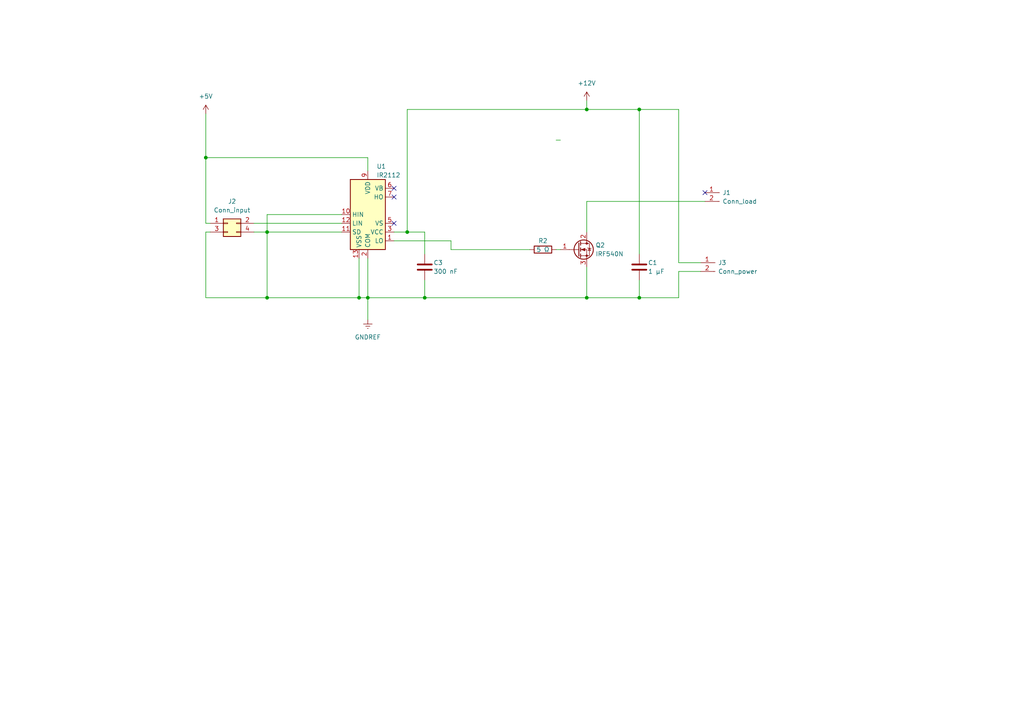
<source format=kicad_sch>
(kicad_sch (version 20211123) (generator eeschema)
  (paper "A4")
  (lib_symbols
    (symbol "Driver_FET:IR2112"
      (property "Reference" "U" (at 1.27 13.335 0))
      (property "Value" "IR2112" (at 1.27 11.43 0))
      (symbol "IR2112_0_1"
        (rectangle (start -5.08 -10.16) (end 5.08 10.16) (stroke (width 0.254)) (fill (type background)))
      )
      (symbol "IR2112_1_1"
        (pin output line (at 7.62 -7.62 180) (length 2.54) (name "LO") (number "1"))
        (pin input line (at -7.62 0 0) (length 2.54) (name "HIN") (number "10"))
        (pin input line (at -7.62 -5.08 0) (length 2.54) (name "SD") (number "11"))
        (pin input line (at -7.62 -2.54 0) (length 2.54) (name "LIN") (number "12"))
        (pin power_in line (at -2.54 -12.7 90) (length 2.54) (name "VSS") (number "13"))
        (pin no_connect line (at -5.08 2.54 0) (length 2.54) hide (name "NC") (number "14"))
        (pin power_in line (at 0 -12.7 90) (length 2.54) (name "COM") (number "2"))
        (pin power_in line (at 7.62 -5.08 180) (length 2.54) (name "VCC") (number "3"))
        (pin no_connect line (at -5.08 7.62 0) (length 2.54) hide (name "NC") (number "4"))
        (pin passive line (at 7.62 -2.54 180) (length 2.54) (name "VS") (number "5"))
        (pin passive line (at 7.62 7.62 180) (length 2.54) (name "VB") (number "6"))
        (pin output line (at 7.62 5.08 180) (length 2.54) (name "HO") (number "7"))
        (pin no_connect line (at -5.08 5.08 0) (length 2.54) hide (name "NC") (number "8"))
        (pin power_in line (at 0 12.7 270) (length 2.54) (name "VDD") (number "9"))
      )
    )
    (symbol "Transistor_FET:IRF540N" (pin_names hide)
      (property "Reference" "Q" (at 6.35 1.905 0))
      (property "Value" "IRF540N" (at 6.35 0 0))
      (symbol "IRF540N_0_1"
        (polyline (pts (xy 0.254 0) (xy -2.54 0)))
        (polyline (pts (xy 0.254 1.905) (xy 0.254 -1.905)) (stroke (width 0.254)))
        (polyline (pts (xy 0.762 -1.27) (xy 0.762 -2.286)) (stroke (width 0.254)))
        (polyline (pts (xy 0.762 0.508) (xy 0.762 -0.508)) (stroke (width 0.254)))
        (polyline (pts (xy 0.762 2.286) (xy 0.762 1.27)) (stroke (width 0.254)))
        (polyline (pts (xy 2.54 2.54) (xy 2.54 1.778)))
        (polyline (pts (xy 2.54 -2.54) (xy 2.54 0) (xy 0.762 0)))
        (polyline (pts (xy 0.762 -1.778) (xy 3.302 -1.778) (xy 3.302 1.778) (xy 0.762 1.778)))
        (polyline (pts (xy 1.016 0) (xy 2.032 0.381) (xy 2.032 -0.381) (xy 1.016 0)) (fill (type outline)))
        (polyline (pts (xy 2.794 0.508) (xy 2.921 0.381) (xy 3.683 0.381) (xy 3.81 0.254)))
        (polyline (pts (xy 3.302 0.381) (xy 2.921 -0.254) (xy 3.683 -0.254) (xy 3.302 0.381)))
        (circle (center 1.651 0) (radius 2.794) (stroke (width 0.254)))
        (circle (center 2.54 -1.778) (radius 0.254) (fill (type outline)))
        (circle (center 2.54 1.778) (radius 0.254) (fill (type outline)))
      )
      (symbol "IRF540N_1_1"
        (pin input line (at -5.08 0 0) (length 2.54) (name "G") (number "1"))
        (pin passive line (at 2.54 5.08 270) (length 2.54) (name "D") (number "2"))
        (pin passive line (at 2.54 -5.08 90) (length 2.54) (name "S") (number "3"))
      )
    )
    (symbol "fab:C" (pin_numbers hide) (pin_names (offset 0.254))
      (property "Reference" "C" (at 0.635 2.54 0))
      (property "Value" "C" (at 0.635 -2.54 0))
      (symbol "C_0_1"
        (polyline (pts (xy -2.032 -0.762) (xy 2.032 -0.762)) (stroke (width 0.508)))
        (polyline (pts (xy -2.032 0.762) (xy 2.032 0.762)) (stroke (width 0.508)))
      )
      (symbol "C_1_1"
        (pin passive line (at 0 3.81 270) (length 2.794) (name "~") (number "1"))
        (pin passive line (at 0 -3.81 90) (length 2.794) (name "~") (number "2"))
      )
    )
    (symbol "fab:Conn_PinHeader_1x02_P2.54mm_Horizontal_SMD" (pin_names (offset 1.016))
      (property "Reference" "J" (at 0 2.54 0))
      (property "Value" "Conn_PinHeader_1x02_P2.54mm_Horizontal_SMD" (at 0 -5.08 0))
      (symbol "Conn_PinHeader_1x02_P2.54mm_Horizontal_SMD_1_1"
        (polyline (pts (xy 1.27 -2.54) (xy 0.8636 -2.54)) (stroke (width 0.1524)))
        (polyline (pts (xy 1.27 0) (xy 0.8636 0)) (stroke (width 0.1524)))
        (pin passive line (at 5.08 0 180) (length 3.81) (name "~") (number "1"))
        (pin passive line (at 5.08 -2.54 180) (length 3.81) (name "~") (number "2"))
      )
    )
    (symbol "fab:Conn_PinHeader_2x02_P2.54mm_Vertical_SMD" (pin_names (offset 1.016) hide)
      (property "Reference" "J" (at 1.27 2.54 0))
      (property "Value" "Conn_PinHeader_2x02_P2.54mm_Vertical_SMD" (at 1.27 -5.08 0))
      (symbol "Conn_PinHeader_2x02_P2.54mm_Vertical_SMD_1_1"
        (rectangle (start -1.27 -2.413) (end 0 -2.667) (stroke (width 0.1524)))
        (rectangle (start -1.27 0.127) (end 0 -0.127) (stroke (width 0.1524)))
        (rectangle (start -1.27 1.27) (end 3.81 -3.81) (stroke (width 0.254)) (fill (type background)))
        (rectangle (start 3.81 -2.413) (end 2.54 -2.667) (stroke (width 0.1524)))
        (rectangle (start 3.81 0.127) (end 2.54 -0.127) (stroke (width 0.1524)))
        (pin passive line (at -5.08 0 0) (length 3.81) (name "Pin_1") (number "1"))
        (pin passive line (at 7.62 0 180) (length 3.81) (name "Pin_2") (number "2"))
        (pin passive line (at -5.08 -2.54 0) (length 3.81) (name "Pin_3") (number "3"))
        (pin passive line (at 7.62 -2.54 180) (length 3.81) (name "Pin_4") (number "4"))
      )
    )
    (symbol "fab:R" (pin_numbers hide) (pin_names (offset 0))
      (property "Reference" "R" (at 2.032 0 90))
      (property "Value" "R" (at 0 0 90))
      (symbol "R_0_1"
        (rectangle (start -1.016 -2.54) (end 1.016 2.54) (stroke (width 0.254)))
      )
      (symbol "R_1_1"
        (pin passive line (at 0 3.81 270) (length 1.27) (name "~") (number "1"))
        (pin passive line (at 0 -3.81 90) (length 1.27) (name "~") (number "2"))
      )
    )
    (symbol "fab_symbol:Power_+12V" (power) (pin_names (offset 0))
      (property "Value" "Power_+12V" (at 0 3.556 0))
      (symbol "Power_+12V_0_1"
        (polyline (pts (xy -0.762 1.27) (xy 0 2.54)))
        (polyline (pts (xy 0 0) (xy 0 2.54)))
        (polyline (pts (xy 0 2.54) (xy 0.762 1.27)))
      )
      (symbol "Power_+12V_1_1"
        (pin power_in line (at 0 0 90) (length 0) hide (name "+12V") (number "1"))
      )
    )
    (symbol "fab_symbol:Power_+5V" (power) (pin_names (offset 0))
      (property "Value" "Power_+5V" (at 0 3.556 0))
      (symbol "Power_+5V_0_1"
        (polyline (pts (xy -0.762 1.27) (xy 0 2.54)))
        (polyline (pts (xy 0 0) (xy 0 2.54)))
        (polyline (pts (xy 0 2.54) (xy 0.762 1.27)))
      )
      (symbol "Power_+5V_1_1"
        (pin power_in line (at 0 0 90) (length 0) hide (name "+5V") (number "1"))
      )
    )
    (symbol "power:GNDREF" (power) (pin_names (offset 0))
      (property "Value" "GNDREF" (at 0 -3.81 0))
      (symbol "GNDREF_0_1"
        (polyline (pts (xy -0.635 -1.905) (xy 0.635 -1.905)))
        (polyline (pts (xy -0.127 -2.54) (xy 0.127 -2.54)))
        (polyline (pts (xy 0 -1.27) (xy 0 0)))
        (polyline (pts (xy 1.27 -1.27) (xy -1.27 -1.27)))
      )
      (symbol "GNDREF_1_1"
        (pin power_in line (at 0 0 270) (length 0) hide (name "GNDREF") (number "1"))
      )
    )
  )
  (junction (at 185.42 86.36))
  (junction (at 104.14 86.36))
  (junction (at 123.19 86.36))
  (junction (at 185.42 31.75))
  (junction (at 59.69 45.72))
  (junction (at 170.18 86.36))
  (junction (at 106.68 86.36))
  (junction (at 170.18 31.75))
  (junction (at 118.11 67.31))
  (junction (at 77.47 86.36))
  (junction (at 77.47 67.31))
  (no_connect (at 204.47 55.88))
  (no_connect (at 114.3 64.77))
  (no_connect (at 114.3 57.15))
  (no_connect (at 114.3 54.61))
  (wire (pts (xy 196.85 76.2) (xy 196.85 31.75)))
  (wire (pts (xy 73.66 64.77) (xy 99.06 64.77)))
  (wire (pts (xy 106.68 74.93) (xy 106.68 86.36)))
  (wire (pts (xy 123.19 86.36) (xy 170.18 86.36)))
  (wire (pts (xy 106.68 86.36) (xy 106.68 92.71)))
  (wire (pts (xy 123.19 67.31) (xy 123.19 73.66)))
  (wire (pts (xy 118.11 31.75) (xy 170.18 31.75)))
  (wire (pts (xy 130.81 72.39) (xy 153.67 72.39)))
  (wire (pts (xy 104.14 74.93) (xy 104.14 86.36)))
  (wire (pts (xy 77.47 67.31) (xy 99.06 67.31)))
  (wire (pts (xy 170.18 86.36) (xy 185.42 86.36)))
  (wire (pts (xy 203.2 76.2) (xy 196.85 76.2)))
  (wire (pts (xy 59.69 86.36) (xy 77.47 86.36)))
  (wire (pts (xy 114.3 67.31) (xy 118.11 67.31)))
  (wire (pts (xy 106.68 86.36) (xy 123.19 86.36)))
  (wire (pts (xy 106.68 49.53) (xy 106.68 45.72)))
  (wire (pts (xy 59.69 45.72) (xy 106.68 45.72)))
  (wire (pts (xy 196.85 86.36) (xy 185.42 86.36)))
  (wire (pts (xy 161.29 72.39) (xy 162.56 72.39)))
  (wire (pts (xy 59.69 67.31) (xy 60.96 67.31)))
  (wire (pts (xy 170.18 77.47) (xy 170.18 86.36)))
  (wire (pts (xy 170.18 58.42) (xy 204.47 58.42)))
  (wire (pts (xy 59.69 45.72) (xy 59.69 64.77)))
  (wire (pts (xy 77.47 67.31) (xy 77.47 86.36)))
  (wire (pts (xy 203.2 78.74) (xy 196.85 78.74)))
  (wire (pts (xy 118.11 31.75) (xy 118.11 67.31)))
  (wire (pts (xy 170.18 31.75) (xy 185.42 31.75)))
  (wire (pts (xy 196.85 78.74) (xy 196.85 86.36)))
  (wire (pts (xy 114.3 69.85) (xy 130.81 69.85)))
  (wire (pts (xy 185.42 73.66) (xy 185.42 31.75)))
  (wire (pts (xy 118.11 67.31) (xy 123.19 67.31)))
  (wire (pts (xy 170.18 67.31) (xy 170.18 58.42)))
  (wire (pts (xy 185.42 81.28) (xy 185.42 86.36)))
  (wire (pts (xy 59.69 33.02) (xy 59.69 45.72)))
  (wire (pts (xy 59.69 64.77) (xy 60.96 64.77)))
  (wire (pts (xy 170.18 29.21) (xy 170.18 31.75)))
  (wire (pts (xy 59.69 67.31) (xy 59.69 86.36)))
  (wire (pts (xy 77.47 62.23) (xy 77.47 67.31)))
  (wire (pts (xy 161.29 40.64) (xy 162.56 40.64)))
  (wire (pts (xy 185.42 31.75) (xy 196.85 31.75)))
  (wire (pts (xy 77.47 62.23) (xy 99.06 62.23)))
  (wire (pts (xy 73.66 67.31) (xy 77.47 67.31)))
  (wire (pts (xy 123.19 81.28) (xy 123.19 86.36)))
  (wire (pts (xy 104.14 86.36) (xy 106.68 86.36)))
  (wire (pts (xy 130.81 69.85) (xy 130.81 72.39)))
  (wire (pts (xy 77.47 86.36) (xy 104.14 86.36)))
  (symbol (lib_id "fab:Conn_PinHeader_1x02_P2.54mm_Horizontal_SMD") (at 209.55 55.88 0) (mirror y) (unit 1)
    (property "Reference" "J1" (at 209.55 55.8799 0) (effects (justify right)))
    (property "Value" "Conn_load" (at 209.55 58.4199 0) (effects (justify right)))
    (property "Footprint" "fab:PinHeader_UPDI_01x02_P2.54mm_Horizontal_SMD" (effects hide))
  )
  (symbol (lib_id "fab:R") (at 157.48 72.39 270) (unit 1)
    (property "Reference" "R2" (at 157.48 69.85 90))
    (property "Value" "5 Ω" (at 157.48 72.39 90))
    (property "Footprint" "fab:R_1206" (effects hide))
  )
  (symbol (lib_id "power:GNDREF") (at 106.68 92.71 0) (unit 1)
    (property "Reference" "#PWR0102" (effects hide))
    (property "Value" "GNDREF" (at 106.68 97.79 0))
  )
  (symbol (lib_id "fab:Conn_PinHeader_2x02_P2.54mm_Vertical_SMD") (at 66.04 64.77 0) (unit 1)
    (property "Reference" "J2" (at 67.31 58.42 0))
    (property "Value" "Conn_input" (at 67.31 60.96 0))
    (property "Footprint" "fab:PinHeader_2x02_P2.54mm_Vertical_SMD" (effects hide))
    (property "Datasheet" "https://cdn.amphenol-icc.com/media/wysiwyg/files/drawing/95278.pdf" (effects hide))
  )
  (symbol (lib_id "fab_symbol:Power_+12V") (at 170.18 29.21 0) (unit 1)
    (property "Reference" "#PWR0101" (effects hide))
    (property "Value" "Power_+12V" (at 170.18 24.13 0))
  )
  (symbol (lib_id "fab:C") (at 123.19 77.47 0) (unit 1)
    (property "Reference" "C3" (at 125.73 76.2 0) (effects (justify left)))
    (property "Value" "300 nF" (at 125.73 78.74 0) (effects (justify left)))
    (property "Footprint" "fab:C_1206" (effects hide))
  )
  (symbol (lib_id "fab:C") (at 185.42 77.47 0) (unit 1)
    (property "Reference" "C1" (at 187.96 76.2 0) (effects (justify left)))
    (property "Value" "1 µF" (at 187.96 78.74 0) (effects (justify left)))
    (property "Footprint" "fab:C_1206" (effects hide))
  )
  (symbol (lib_id "fab:Conn_PinHeader_1x02_P2.54mm_Horizontal_SMD") (at 208.28 76.2 0) (mirror y) (unit 1)
    (property "Reference" "J3" (at 208.28 76.1999 0) (effects (justify right)))
    (property "Value" "Conn_power" (at 208.28 78.7399 0) (effects (justify right)))
    (property "Footprint" "fab:PinHeader_UPDI_01x02_P2.54mm_Horizontal_SMD" (effects hide))
  )
  (symbol (lib_id "Transistor_FET:IRF540N") (at 167.64 72.39 0) (unit 1)
    (property "Reference" "Q2" (at 172.72 71.12 0) (effects (justify left)))
    (property "Value" "IRF540N" (at 172.72 73.66 0) (effects (justify left)))
    (property "Footprint" "Package_TO_SOT_THT:TO-220-3_Vertical" (effects hide))
    (property "Datasheet" "http://www.irf.com/product-info/datasheets/data/irf540n.pdf" (effects hide))
  )
  (symbol (lib_id "fab_symbol:Power_+5V") (at 59.69 33.02 0) (unit 1)
    (property "Reference" "#PWR?" (effects hide))
    (property "Value" "Power_+5V" (at 59.69 27.94 0))
  )
  (symbol (lib_id "Driver_FET:IR2112") (at 106.68 62.23 0) (unit 1)
    (property "Reference" "U1" (at 109.22 48.26 0) (effects (justify left)))
    (property "Value" "IR2112" (at 109.22 50.8 0) (effects (justify left)))
    (property "Footprint" "Package_DIP:DIP-14_W7.62mm" (effects hide))
    (property "Datasheet" "https://www.infineon.com/dgdl/ir2112.pdf?fileId=5546d462533600a4015355c81cb71685" (effects hide))
  )
)
</source>
